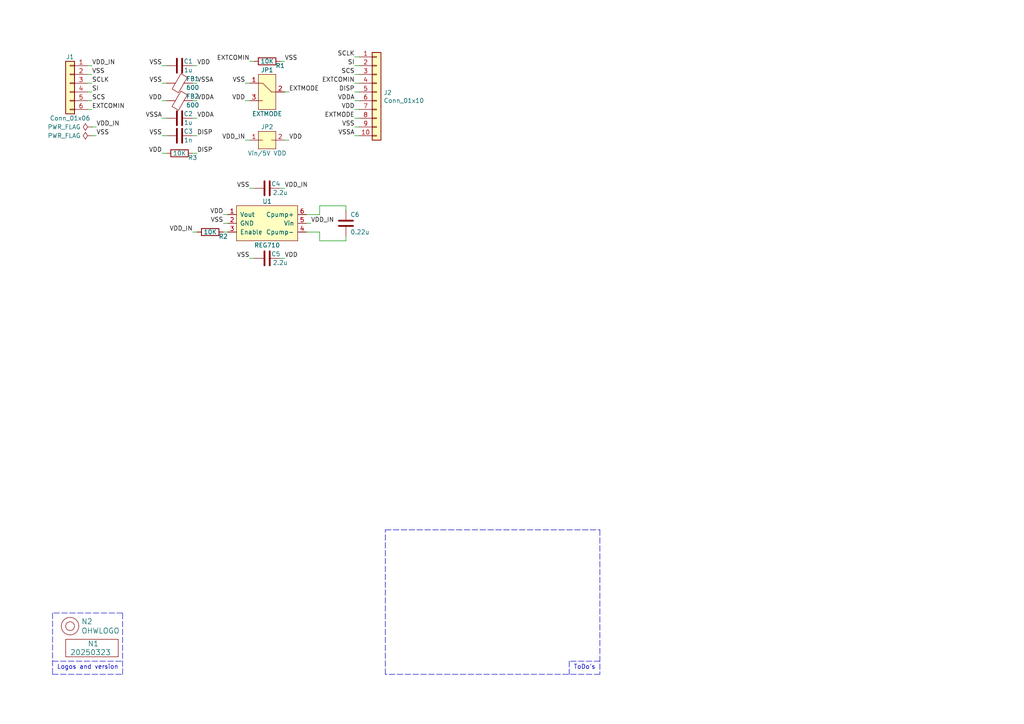
<source format=kicad_sch>
(kicad_sch (version 20231120) (generator "eeschema") (generator_version "8.0")
  (paper "A4")
  (lib_symbols
    (symbol "Connector_Generic:Conn_01x06" (pin_names (offset 1.016) hide)
      (property "Reference" "J" (at 0 7.62 0))
      (property "Value" "Conn_01x06" (at 0 -10.16 0))
      (symbol "Conn_01x06_1_1"
        (rectangle (start -1.27 -7.493) (end 0 -7.747) (stroke (width 0.1524)))
        (rectangle (start -1.27 -4.953) (end 0 -5.207) (stroke (width 0.1524)))
        (rectangle (start -1.27 -2.413) (end 0 -2.667) (stroke (width 0.1524)))
        (rectangle (start -1.27 0.127) (end 0 -0.127) (stroke (width 0.1524)))
        (rectangle (start -1.27 2.667) (end 0 2.413) (stroke (width 0.1524)))
        (rectangle (start -1.27 5.207) (end 0 4.953) (stroke (width 0.1524)))
        (rectangle (start -1.27 6.35) (end 1.27 -8.89) (stroke (width 0.254)) (fill (type background)))
        (pin passive line (at -5.08 5.08 0) (length 3.81) (name "Pin_1") (number "1"))
        (pin passive line (at -5.08 2.54 0) (length 3.81) (name "Pin_2") (number "2"))
        (pin passive line (at -5.08 0 0) (length 3.81) (name "Pin_3") (number "3"))
        (pin passive line (at -5.08 -2.54 0) (length 3.81) (name "Pin_4") (number "4"))
        (pin passive line (at -5.08 -5.08 0) (length 3.81) (name "Pin_5") (number "5"))
        (pin passive line (at -5.08 -7.62 0) (length 3.81) (name "Pin_6") (number "6"))
      )
    )
    (symbol "Connector_Generic:Conn_01x10" (pin_names (offset 1.016) hide)
      (property "Reference" "J" (at 0 12.7 0))
      (property "Value" "Conn_01x10" (at 0 -15.24 0))
      (symbol "Conn_01x10_1_1"
        (rectangle (start -1.27 -12.573) (end 0 -12.827) (stroke (width 0.1524)))
        (rectangle (start -1.27 -10.033) (end 0 -10.287) (stroke (width 0.1524)))
        (rectangle (start -1.27 -7.493) (end 0 -7.747) (stroke (width 0.1524)))
        (rectangle (start -1.27 -4.953) (end 0 -5.207) (stroke (width 0.1524)))
        (rectangle (start -1.27 -2.413) (end 0 -2.667) (stroke (width 0.1524)))
        (rectangle (start -1.27 0.127) (end 0 -0.127) (stroke (width 0.1524)))
        (rectangle (start -1.27 2.667) (end 0 2.413) (stroke (width 0.1524)))
        (rectangle (start -1.27 5.207) (end 0 4.953) (stroke (width 0.1524)))
        (rectangle (start -1.27 7.747) (end 0 7.493) (stroke (width 0.1524)))
        (rectangle (start -1.27 10.287) (end 0 10.033) (stroke (width 0.1524)))
        (rectangle (start -1.27 11.43) (end 1.27 -13.97) (stroke (width 0.254)) (fill (type background)))
        (pin passive line (at -5.08 10.16 0) (length 3.81) (name "Pin_1") (number "1"))
        (pin passive line (at -5.08 -12.7 0) (length 3.81) (name "Pin_10") (number "10"))
        (pin passive line (at -5.08 7.62 0) (length 3.81) (name "Pin_2") (number "2"))
        (pin passive line (at -5.08 5.08 0) (length 3.81) (name "Pin_3") (number "3"))
        (pin passive line (at -5.08 2.54 0) (length 3.81) (name "Pin_4") (number "4"))
        (pin passive line (at -5.08 0 0) (length 3.81) (name "Pin_5") (number "5"))
        (pin passive line (at -5.08 -2.54 0) (length 3.81) (name "Pin_6") (number "6"))
        (pin passive line (at -5.08 -5.08 0) (length 3.81) (name "Pin_7") (number "7"))
        (pin passive line (at -5.08 -7.62 0) (length 3.81) (name "Pin_8") (number "8"))
        (pin passive line (at -5.08 -10.16 0) (length 3.81) (name "Pin_9") (number "9"))
      )
    )
    (symbol "Device:C" (pin_numbers hide) (pin_names (offset 0.254))
      (property "Reference" "C" (at 0.635 2.54 0))
      (property "Value" "C" (at 0.635 -2.54 0))
      (symbol "C_0_1"
        (polyline (pts (xy -2.032 -0.762) (xy 2.032 -0.762)) (stroke (width 0.508)))
        (polyline (pts (xy -2.032 0.762) (xy 2.032 0.762)) (stroke (width 0.508)))
      )
      (symbol "C_1_1"
        (pin passive line (at 0 3.81 270) (length 2.794) (name "~") (number "1"))
        (pin passive line (at 0 -3.81 90) (length 2.794) (name "~") (number "2"))
      )
    )
    (symbol "Device:FerriteBead" (pin_numbers hide) (pin_names (offset 0))
      (property "Reference" "FB" (at -3.81 0.635 90))
      (property "Value" "FerriteBead" (at 3.81 0 90))
      (symbol "FerriteBead_0_1"
        (polyline (pts (xy 0 -1.27) (xy 0 -1.2192)))
        (polyline (pts (xy 0 1.27) (xy 0 1.2954)))
        (polyline (pts (xy -2.7686 0.4064) (xy -1.7018 2.2606) (xy 2.7686 -0.3048) (xy 1.6764 -2.159) (xy -2.7686 0.4064)))
      )
      (symbol "FerriteBead_1_1"
        (pin passive line (at 0 3.81 270) (length 2.54) (name "~") (number "1"))
        (pin passive line (at 0 -3.81 90) (length 2.54) (name "~") (number "2"))
      )
    )
    (symbol "Device:R" (pin_numbers hide) (pin_names (offset 0))
      (property "Reference" "R" (at 2.032 0 90))
      (property "Value" "R" (at 0 0 90))
      (symbol "R_0_1"
        (rectangle (start -1.016 -2.54) (end 1.016 2.54) (stroke (width 0.254)))
      )
      (symbol "R_1_1"
        (pin passive line (at 0 3.81 270) (length 1.27) (name "~") (number "1"))
        (pin passive line (at 0 -3.81 90) (length 1.27) (name "~") (number "2"))
      )
    )
    (symbol "SquantorLabels:OHWLOGO" (pin_names (offset 1.016))
      (property "Reference" "N" (at 0 3.81 0))
      (property "Value" "OHWLOGO" (at 0 -3.81 0))
      (symbol "OHWLOGO_0_1"
        (circle (center 0 0) (radius 1.27))
        (circle (center 0 0) (radius 2.54))
      )
    )
    (symbol "SquantorLabels:VYYYYMMDD" (pin_names (offset 1.016))
      (property "Reference" "N" (at 0 2.54 0))
      (property "Value" "VYYYYMMDD" (at 0 0 0))
      (symbol "VYYYYMMDD_0_1"
        (rectangle (start 7.62 -1.27) (end -7.62 3.81))
      )
    )
    (symbol "SquantorSpecial:Solderjumper_2way_noconn" (pin_names (offset 1.016))
      (property "Reference" "JP" (at 0 3.81 0))
      (property "Value" "Solderjumper_2way_noconn" (at 0 -3.81 0))
      (symbol "Solderjumper_2way_noconn_0_1"
        (rectangle (start -2.54 2.54) (end 2.54 -2.54) (fill (type background)))
        (polyline (pts (xy -2.54 0) (xy -1.27 0)))
        (polyline (pts (xy 2.54 0) (xy 1.27 0)))
      )
      (symbol "Solderjumper_2way_noconn_1_1"
        (pin passive line (at -5.08 0 0) (length 2.54) (name "~") (number "1"))
        (pin passive line (at 5.08 0 180) (length 2.54) (name "~") (number "2"))
      )
    )
    (symbol "SquantorSpecial:Solderjumper_3way_12conn" (pin_names (offset 1.016))
      (property "Reference" "JP" (at 0 6.35 0))
      (property "Value" "Solderjumper_3way_12conn" (at 0 -6.35 0))
      (symbol "Solderjumper_3way_12conn_0_1"
        (rectangle (start -2.54 5.08) (end 2.54 -5.08) (fill (type background)))
        (polyline (pts (xy -2.54 -2.54) (xy -1.27 -2.54)))
        (polyline (pts (xy -2.54 2.54) (xy -1.27 2.54)))
        (polyline (pts (xy -1.27 2.54) (xy 1.27 0)))
        (polyline (pts (xy 2.54 0) (xy 1.27 0)))
      )
      (symbol "Solderjumper_3way_12conn_1_1"
        (pin passive line (at -5.08 2.54 0) (length 2.54) (name "~") (number "1"))
        (pin passive line (at 5.08 0 180) (length 2.54) (name "~") (number "2"))
        (pin passive line (at -5.08 -2.54 0) (length 2.54) (name "~") (number "3"))
      )
    )
    (symbol "SquantorTexasInstruments:REG710" (pin_names (offset 1.016))
      (property "Reference" "U" (at 0 6.35 0))
      (property "Value" "REG710" (at 0 -6.35 0))
      (symbol "REG710_0_1"
        (rectangle (start -8.89 5.08) (end 8.89 -5.08) (fill (type background)))
      )
      (symbol "REG710_1_1"
        (pin power_out line (at -11.43 2.54 0) (length 2.54) (name "Vout") (number "1"))
        (pin power_in line (at -11.43 0 0) (length 2.54) (name "GND") (number "2"))
        (pin input line (at -11.43 -2.54 0) (length 2.54) (name "Enable") (number "3"))
        (pin passive line (at 11.43 -2.54 180) (length 2.54) (name "Cpump-") (number "4"))
        (pin power_in line (at 11.43 0 180) (length 2.54) (name "Vin") (number "5"))
        (pin passive line (at 11.43 2.54 180) (length 2.54) (name "Cpump+") (number "6"))
      )
    )
    (symbol "power:PWR_FLAG" (power) (pin_numbers hide) (pin_names (offset 0) hide)
      (property "Value" "PWR_FLAG" (at 0 3.81 0))
      (symbol "PWR_FLAG_0_0"
        (pin power_out line (at 0 0 90) (length 0) (name "~") (number "1"))
      )
      (symbol "PWR_FLAG_0_1"
        (polyline (pts (xy 0 0) (xy 0 1.27) (xy -1.016 1.905) (xy 0 2.54) (xy 1.016 1.905) (xy 0 1.27)))
      )
    )
  )
  (wire (pts (xy 92.71 62.23) (xy 92.71 59.69)))
  (wire (pts (xy 92.71 67.31) (xy 88.9 67.31)))
  (wire (pts (xy 66.04 64.77) (xy 64.77 64.77)))
  (wire (pts (xy 27.94 39.37) (xy 26.67 39.37)))
  (polyline (pts (xy 15.24 191.77) (xy 35.56 191.77)) (stroke (width 0) (type dash)))
  (wire (pts (xy 88.9 62.23) (xy 92.71 62.23)))
  (wire (pts (xy 26.67 19.05) (xy 25.4 19.05)))
  (wire (pts (xy 71.12 29.21) (xy 72.39 29.21)))
  (wire (pts (xy 104.14 36.83) (xy 102.87 36.83)))
  (wire (pts (xy 104.14 34.29) (xy 102.87 34.29)))
  (wire (pts (xy 26.67 31.75) (xy 25.4 31.75)))
  (wire (pts (xy 25.4 21.59) (xy 26.67 21.59)))
  (wire (pts (xy 102.87 21.59) (xy 104.14 21.59)))
  (wire (pts (xy 104.14 24.13) (xy 102.87 24.13)))
  (wire (pts (xy 82.55 17.78) (xy 81.28 17.78)))
  (wire (pts (xy 46.99 44.45) (xy 48.26 44.45)))
  (wire (pts (xy 82.55 74.93) (xy 81.28 74.93)))
  (wire (pts (xy 48.26 29.21) (xy 46.99 29.21)))
  (wire (pts (xy 55.88 44.45) (xy 57.15 44.45)))
  (wire (pts (xy 82.55 40.64) (xy 83.82 40.64)))
  (polyline (pts (xy 15.24 177.8) (xy 15.24 195.58)) (stroke (width 0) (type dash)))
  (wire (pts (xy 48.26 39.37) (xy 46.99 39.37)))
  (wire (pts (xy 46.99 34.29) (xy 48.26 34.29)))
  (wire (pts (xy 57.15 19.05) (xy 55.88 19.05)))
  (polyline (pts (xy 35.56 195.58) (xy 35.56 177.8)) (stroke (width 0) (type dash)))
  (wire (pts (xy 64.77 67.31) (xy 66.04 67.31)))
  (wire (pts (xy 57.15 29.21) (xy 55.88 29.21)))
  (wire (pts (xy 104.14 19.05) (xy 102.87 19.05)))
  (wire (pts (xy 104.14 29.21) (xy 102.87 29.21)))
  (wire (pts (xy 92.71 59.69) (xy 100.33 59.69)))
  (wire (pts (xy 102.87 16.51) (xy 104.14 16.51)))
  (polyline (pts (xy 173.99 153.67) (xy 173.99 195.58)) (stroke (width 0) (type dash)))
  (wire (pts (xy 55.88 67.31) (xy 57.15 67.31)))
  (wire (pts (xy 55.88 34.29) (xy 57.15 34.29)))
  (wire (pts (xy 57.15 39.37) (xy 55.88 39.37)))
  (wire (pts (xy 100.33 68.58) (xy 100.33 69.85)))
  (wire (pts (xy 64.77 62.23) (xy 66.04 62.23)))
  (polyline (pts (xy 15.24 195.58) (xy 35.56 195.58)) (stroke (width 0) (type dash)))
  (wire (pts (xy 26.67 29.21) (xy 25.4 29.21)))
  (wire (pts (xy 46.99 19.05) (xy 48.26 19.05)))
  (polyline (pts (xy 35.56 177.8) (xy 15.24 177.8)) (stroke (width 0) (type dash)))
  (wire (pts (xy 73.66 74.93) (xy 72.39 74.93)))
  (polyline (pts (xy 173.99 195.58) (xy 111.76 195.58)) (stroke (width 0) (type dash)))
  (wire (pts (xy 100.33 69.85) (xy 92.71 69.85)))
  (wire (pts (xy 102.87 26.67) (xy 104.14 26.67)))
  (wire (pts (xy 26.67 24.13) (xy 25.4 24.13)))
  (wire (pts (xy 46.99 24.13) (xy 48.26 24.13)))
  (wire (pts (xy 104.14 39.37) (xy 102.87 39.37)))
  (wire (pts (xy 72.39 24.13) (xy 71.12 24.13)))
  (wire (pts (xy 55.88 24.13) (xy 57.15 24.13)))
  (wire (pts (xy 73.66 54.61) (xy 72.39 54.61)))
  (polyline (pts (xy 165.1 191.77) (xy 165.1 195.58)) (stroke (width 0) (type dash)))
  (wire (pts (xy 83.82 26.67) (xy 82.55 26.67)))
  (wire (pts (xy 71.12 40.64) (xy 72.39 40.64)))
  (wire (pts (xy 104.14 31.75) (xy 102.87 31.75)))
  (polyline (pts (xy 111.76 153.67) (xy 173.99 153.67)) (stroke (width 0) (type dash)))
  (wire (pts (xy 100.33 59.69) (xy 100.33 60.96)))
  (wire (pts (xy 26.67 36.83) (xy 27.94 36.83)))
  (polyline (pts (xy 173.99 191.77) (xy 165.1 191.77)) (stroke (width 0) (type dash)))
  (wire (pts (xy 92.71 69.85) (xy 92.71 67.31)))
  (wire (pts (xy 73.66 17.78) (xy 72.39 17.78)))
  (polyline (pts (xy 111.76 195.58) (xy 111.76 153.67)) (stroke (width 0) (type dash)))
  (wire (pts (xy 90.17 64.77) (xy 88.9 64.77)))
  (wire (pts (xy 82.55 54.61) (xy 81.28 54.61)))
  (wire (pts (xy 25.4 26.67) (xy 26.67 26.67)))
  (text "ToDo's" (at 166.37 194.31 0) (effects (font (size 1.27 1.27)) (justify left bottom)))
  (text "Logos and version" (at 16.51 194.31 0) (effects (font (size 1.27 1.27)) (justify left bottom)))
  (label "VSS" (at 46.99 24.13 180))
  (label "DISP" (at 102.87 26.67 180))
  (label "VDD_IN" (at 55.88 67.31 180))
  (label "VDDA" (at 57.15 29.21 0))
  (label "SCS" (at 102.87 21.59 180))
  (label "SCLK" (at 26.67 24.13 0))
  (label "SCS" (at 26.67 29.21 0))
  (label "VDDA" (at 102.87 29.21 180))
  (label "VSS" (at 46.99 19.05 180))
  (label "VDD" (at 82.55 74.93 0))
  (label "VDD" (at 46.99 44.45 180))
  (label "EXTCOMIN" (at 102.87 24.13 180))
  (label "VDD_IN" (at 90.17 64.77 0))
  (label "SI" (at 102.87 19.05 180))
  (label "DISP" (at 57.15 39.37 0))
  (label "VDD_IN" (at 71.12 40.64 180))
  (label "EXTMODE" (at 83.82 26.67 0))
  (label "VDD" (at 64.77 62.23 180))
  (label "DISP" (at 57.15 44.45 0))
  (label "VDD_IN" (at 26.67 19.05 0))
  (label "VSS" (at 46.99 39.37 180))
  (label "VDD" (at 83.82 40.64 0))
  (label "VSS" (at 26.67 21.59 0))
  (label "VDD" (at 57.15 19.05 0))
  (label "EXTCOMIN" (at 26.67 31.75 0))
  (label "VSS" (at 102.87 36.83 180))
  (label "SCLK" (at 102.87 16.51 180))
  (label "VSS" (at 27.94 39.37 0))
  (label "VDD" (at 46.99 29.21 180))
  (label "VSS" (at 82.55 17.78 0))
  (label "VSSA" (at 102.87 39.37 180))
  (label "VSSA" (at 46.99 34.29 180))
  (label "EXTMODE" (at 102.87 34.29 180))
  (label "VDD" (at 102.87 31.75 180))
  (label "VSS" (at 72.39 74.93 180))
  (label "EXTCOMIN" (at 72.39 17.78 180))
  (label "VDD_IN" (at 82.55 54.61 0))
  (label "VDD" (at 71.12 29.21 180))
  (label "VDD_IN" (at 27.94 36.83 0))
  (label "SI" (at 26.67 26.67 0))
  (label "VDDA" (at 57.15 34.29 0))
  (label "VSS" (at 71.12 24.13 180))
  (label "VSS" (at 64.77 64.77 180))
  (label "VSSA" (at 57.15 24.13 0))
  (label "VSS" (at 72.39 54.61 180))
  (symbol (lib_id "SquantorLabels:VYYYYMMDD") (at 26.67 189.23 0) (unit 1)
    (property "Reference" "N1" (at 25.4 186.69 0) (effects (font (size 1.524 1.524)) (justify left)))
    (property "Value" "20250323" (at 20.32 189.23 0) (effects (font (size 1.524 1.524)) (justify left)))
    (property "Footprint" "SquantorLabels:Label_Generic" (effects (hide yes)))
  )
  (symbol (lib_id "SquantorLabels:OHWLOGO") (at 20.32 181.61 0) (unit 1)
    (property "Reference" "N2" (at 23.5712 180.2638 0) (effects (font (size 1.524 1.524)) (justify left)))
    (property "Value" "OHWLOGO" (at 23.5712 182.9562 0) (effects (font (size 1.524 1.524)) (justify left)))
    (property "Footprint" "Symbol:OSHW-Symbol_6.7x6mm_SilkScreen" (effects (hide yes)))
  )
  (symbol (lib_id "Connector_Generic:Conn_01x06") (at 20.32 24.13 0) (mirror y) (unit 1)
    (property "Reference" "J1" (at 20.32 16.51 0))
    (property "Value" "Conn_01x06" (at 20.32 34.29 0))
    (property "Footprint" "SquantorConnectors:Header-0254-1X06-H010" (effects (hide yes)))
    (property "Description" "Generic connector, single row, 01x06, script generated (kicad-library-utils/schlib/autogen/connector/)" (effects (hide yes)))
  )
  (symbol (lib_id "Connector_Generic:Conn_01x10") (at 109.22 26.67 0) (unit 1)
    (property "Reference" "J2" (at 111.252 26.8732 0) (effects (justify left)))
    (property "Value" "Conn_01x10" (at 111.252 29.1846 0) (effects (justify left)))
    (property "Footprint" "Connector_FFC-FPC:TE_1-1734839-0_1x10-1MP_P0.5mm_Horizontal" (effects (hide yes)))
    (property "Description" "Generic connector, single row, 01x10, script generated (kicad-library-utils/schlib/autogen/connector/)" (effects (hide yes)))
  )
  (symbol (lib_id "Device:C") (at 52.07 19.05 270) (unit 1)
    (property "Reference" "C1" (at 54.61 17.78 90))
    (property "Value" "1u" (at 54.61 20.32 90))
    (property "Footprint" "SquantorCapacitor:C_0603" (effects (hide yes)))
    (property "Description" "Unpolarized capacitor" (effects (hide yes)))
  )
  (symbol (lib_id "Device:FerriteBead") (at 52.07 24.13 270) (unit 1)
    (property "Reference" "FB1" (at 55.88 22.86 90))
    (property "Value" "600" (at 55.88 25.4 90))
    (property "Footprint" "SquantorInductor:L_0603" (effects (hide yes)))
    (property "Description" "Ferrite bead" (effects (hide yes)))
  )
  (symbol (lib_id "Device:FerriteBead") (at 52.07 29.21 270) (unit 1)
    (property "Reference" "FB2" (at 55.88 27.94 90))
    (property "Value" "600" (at 55.88 30.48 90))
    (property "Footprint" "SquantorInductor:L_0603" (effects (hide yes)))
    (property "Description" "Ferrite bead" (effects (hide yes)))
  )
  (symbol (lib_id "Device:C") (at 52.07 34.29 270) (unit 1)
    (property "Reference" "C2" (at 54.61 33.02 90))
    (property "Value" "1u" (at 54.61 35.56 90))
    (property "Footprint" "SquantorCapacitor:C_0603" (effects (hide yes)))
    (property "Description" "Unpolarized capacitor" (effects (hide yes)))
  )
  (symbol (lib_id "Device:C") (at 52.07 39.37 270) (unit 1)
    (property "Reference" "C3" (at 54.61 38.1 90))
    (property "Value" "1n" (at 54.61 40.64 90))
    (property "Footprint" "SquantorCapacitor:C_0603" (effects (hide yes)))
    (property "Description" "Unpolarized capacitor" (effects (hide yes)))
  )
  (symbol (lib_id "Device:R") (at 77.47 17.78 270) (unit 1)
    (property "Reference" "R1" (at 81.28 19.05 90))
    (property "Value" "10K" (at 77.47 17.78 90))
    (property "Footprint" "SquantorResistor:R_0603_hand" (effects (hide yes)))
    (property "Description" "Resistor" (effects (hide yes)))
  )
  (symbol (lib_id "SquantorSpecial:Solderjumper_3way_12conn") (at 77.47 26.67 0) (unit 1)
    (property "Reference" "JP1" (at 77.47 20.32 0))
    (property "Value" "EXTMODE" (at 77.47 33.02 0))
    (property "Footprint" "SquantorSpecial:solder_jumper_0402_3way_12conn" (effects (hide yes)))
  )
  (symbol (lib_id "SquantorSpecial:Solderjumper_2way_noconn") (at 77.47 40.64 0) (unit 1)
    (property "Reference" "JP2" (at 77.47 36.83 0))
    (property "Value" "Vin/5V VDD" (at 77.47 44.45 0))
    (property "Footprint" "SquantorSpecial:solder_jumper_0402_2way_noconn" (effects (hide yes)))
  )
  (symbol (lib_id "SquantorTexasInstruments:REG710") (at 77.47 64.77 0) (unit 1)
    (property "Reference" "U1" (at 77.47 58.42 0))
    (property "Value" "REG710" (at 77.47 71.12 0))
    (property "Footprint" "SquantorIC:SOT23-6-HAND" (effects (hide yes)))
    (property "Description" "REG710xx Buck-Boost Charge Pump with 60mA output current" (effects (hide yes)))
  )
  (symbol (lib_id "Device:C") (at 100.33 64.77 0) (unit 1)
    (property "Reference" "C6" (at 101.6 62.23 0) (effects (justify left)))
    (property "Value" "0.22u" (at 101.6 67.31 0) (effects (justify left)))
    (property "Footprint" "SquantorCapacitor:C_0603" (effects (hide yes)))
    (property "Description" "Unpolarized capacitor" (effects (hide yes)))
  )
  (symbol (lib_id "Device:C") (at 77.47 54.61 270) (unit 1)
    (property "Reference" "C4" (at 80.01 53.34 90))
    (property "Value" "2.2u" (at 81.28 55.88 90))
    (property "Footprint" "SquantorCapacitor:C_0603" (effects (hide yes)))
    (property "Description" "Unpolarized capacitor" (effects (hide yes)))
  )
  (symbol (lib_id "Device:C") (at 77.47 74.93 270) (unit 1)
    (property "Reference" "C5" (at 80.01 73.66 90))
    (property "Value" "2.2u" (at 81.28 76.2 90))
    (property "Footprint" "SquantorCapacitor:C_0603" (effects (hide yes)))
    (property "Description" "Unpolarized capacitor" (effects (hide yes)))
  )
  (symbol (lib_id "Device:R") (at 60.96 67.31 270) (unit 1)
    (property "Reference" "R2" (at 64.77 68.58 90))
    (property "Value" "10K" (at 60.96 67.31 90))
    (property "Footprint" "SquantorResistor:R_0603_hand" (effects (hide yes)))
    (property "Description" "Resistor" (effects (hide yes)))
  )
  (symbol (lib_id "power:PWR_FLAG") (at 26.67 36.83 90) (unit 1)
    (property "Reference" "#FLG0101" (effects (hide yes)))
    (property "Value" "PWR_FLAG" (at 23.4442 36.83 90) (effects (justify left)))
    (property "Description" "Special symbol for telling ERC where power comes from" (effects (hide yes)))
  )
  (symbol (lib_id "power:PWR_FLAG") (at 26.67 39.37 90) (unit 1)
    (property "Reference" "#FLG0102" (effects (hide yes)))
    (property "Value" "PWR_FLAG" (at 23.4442 39.37 90) (effects (justify left)))
    (property "Description" "Special symbol for telling ERC where power comes from" (effects (hide yes)))
  )
  (symbol (lib_id "Device:R") (at 52.07 44.45 270) (unit 1)
    (property "Reference" "R3" (at 55.88 45.72 90))
    (property "Value" "10K" (at 52.07 44.45 90))
    (property "Footprint" "SquantorResistor:R_0603_hand" (effects (hide yes)))
    (property "Description" "Resistor" (effects (hide yes)))
  )
)
</source>
